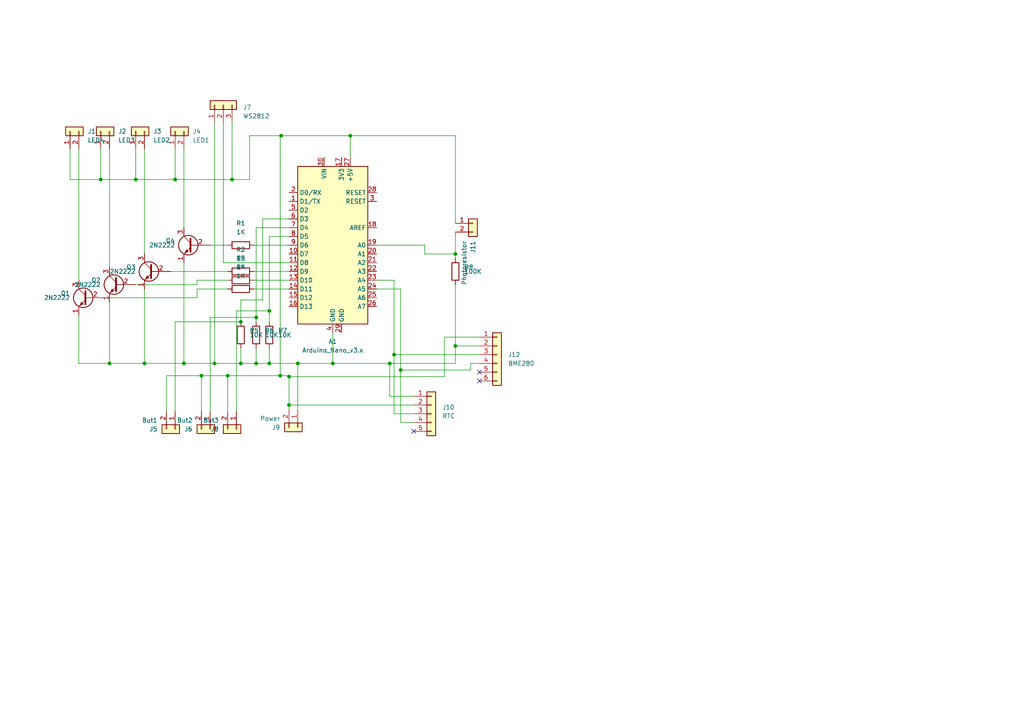
<source format=kicad_sch>
(kicad_sch (version 20200506) (host eeschema "5.99.0-unknown-acdfeee~88~ubuntu20.04.1")
  (page "A4")
  (lib_symbols
    (symbol "Connector_Generic:Conn_01x02" (pin_names hide)
      (property "Reference" "J" (at 0 2.54 0))
      (property "Value" "Conn_01x02" (at 0 -5.08 0))
      (symbol "Conn_01x02_1_1"
        (rectangle (start -1.27 -2.413) (end 0 -2.667))
        (rectangle (start -1.27 0.127) (end 0 -0.127))
        (rectangle (start -1.27 1.27) (end 1.27 -3.81) (stroke (width 0.254)) (fill (type background)))
        (pin passive line (at -5.08 0 0) (length 3.81) (name "Pin_1") (number "1"))
        (pin passive line (at -5.08 -2.54 0) (length 3.81) (name "Pin_2") (number "2"))
      )
    )
    (symbol "Connector_Generic:Conn_01x02_1" (pin_names hide)
      (property "Reference" "J" (at 0 2.54 0))
      (property "Value" "Conn_01x02" (at 0 -5.08 0))
      (symbol "Conn_01x02_1_1_1"
        (rectangle (start -1.27 -2.413) (end 0 -2.667))
        (rectangle (start -1.27 0.127) (end 0 -0.127))
        (rectangle (start -1.27 1.27) (end 1.27 -3.81) (stroke (width 0.254)) (fill (type background)))
        (pin passive line (at -5.08 0 0) (length 3.81) (name "Pin_1") (number "1"))
        (pin passive line (at -5.08 -2.54 0) (length 3.81) (name "Pin_2") (number "2"))
      )
    )
    (symbol "Connector_Generic:Conn_01x02_2" (pin_names hide)
      (property "Reference" "J" (at 0 2.54 0))
      (property "Value" "Conn_01x02" (at 0 -5.08 0))
      (symbol "Conn_01x02_2_1_1"
        (rectangle (start -1.27 -2.413) (end 0 -2.667))
        (rectangle (start -1.27 0.127) (end 0 -0.127))
        (rectangle (start -1.27 1.27) (end 1.27 -3.81) (stroke (width 0.254)) (fill (type background)))
        (pin passive line (at -5.08 0 0) (length 3.81) (name "Pin_1") (number "1"))
        (pin passive line (at -5.08 -2.54 0) (length 3.81) (name "Pin_2") (number "2"))
      )
    )
    (symbol "Connector_Generic:Conn_01x02_3" (pin_names hide)
      (property "Reference" "J" (at 0 2.54 0))
      (property "Value" "Conn_01x02" (at 0 -5.08 0))
      (symbol "Conn_01x02_3_1_1"
        (rectangle (start -1.27 -2.413) (end 0 -2.667))
        (rectangle (start -1.27 0.127) (end 0 -0.127))
        (rectangle (start -1.27 1.27) (end 1.27 -3.81) (stroke (width 0.254)) (fill (type background)))
        (pin passive line (at -5.08 0 0) (length 3.81) (name "Pin_1") (number "1"))
        (pin passive line (at -5.08 -2.54 0) (length 3.81) (name "Pin_2") (number "2"))
      )
    )
    (symbol "Connector_Generic:Conn_01x02_4" (pin_names hide)
      (property "Reference" "J" (at 0 2.54 0))
      (property "Value" "Conn_01x02" (at 0 -5.08 0))
      (symbol "Conn_01x02_4_1_1"
        (rectangle (start -1.27 -2.413) (end 0 -2.667))
        (rectangle (start -1.27 0.127) (end 0 -0.127))
        (rectangle (start -1.27 1.27) (end 1.27 -3.81) (stroke (width 0.254)) (fill (type background)))
        (pin passive line (at -5.08 0 0) (length 3.81) (name "Pin_1") (number "1"))
        (pin passive line (at -5.08 -2.54 0) (length 3.81) (name "Pin_2") (number "2"))
      )
    )
    (symbol "Connector_Generic:Conn_01x02_5" (pin_names hide)
      (property "Reference" "J" (at 0 2.54 0))
      (property "Value" "Conn_01x02" (at 0 -5.08 0))
      (symbol "Conn_01x02_5_1_1"
        (rectangle (start -1.27 -2.413) (end 0 -2.667))
        (rectangle (start -1.27 0.127) (end 0 -0.127))
        (rectangle (start -1.27 1.27) (end 1.27 -3.81) (stroke (width 0.254)) (fill (type background)))
        (pin passive line (at -5.08 0 0) (length 3.81) (name "Pin_1") (number "1"))
        (pin passive line (at -5.08 -2.54 0) (length 3.81) (name "Pin_2") (number "2"))
      )
    )
    (symbol "Connector_Generic:Conn_01x02_6" (pin_names hide)
      (property "Reference" "J" (at 0 2.54 0))
      (property "Value" "Conn_01x02" (at 0 -5.08 0))
      (symbol "Conn_01x02_6_1_1"
        (rectangle (start -1.27 -2.413) (end 0 -2.667))
        (rectangle (start -1.27 0.127) (end 0 -0.127))
        (rectangle (start -1.27 1.27) (end 1.27 -3.81) (stroke (width 0.254)) (fill (type background)))
        (pin passive line (at -5.08 0 0) (length 3.81) (name "Pin_1") (number "1"))
        (pin passive line (at -5.08 -2.54 0) (length 3.81) (name "Pin_2") (number "2"))
      )
    )
    (symbol "Connector_Generic:Conn_01x02_7" (pin_names hide)
      (property "Reference" "J" (at 0 2.54 0))
      (property "Value" "Conn_01x02" (at 0 -5.08 0))
      (symbol "Conn_01x02_7_1_1"
        (rectangle (start -1.27 -2.413) (end 0 -2.667))
        (rectangle (start -1.27 0.127) (end 0 -0.127))
        (rectangle (start -1.27 1.27) (end 1.27 -3.81) (stroke (width 0.254)) (fill (type background)))
        (pin passive line (at -5.08 0 0) (length 3.81) (name "Pin_1") (number "1"))
        (pin passive line (at -5.08 -2.54 0) (length 3.81) (name "Pin_2") (number "2"))
      )
    )
    (symbol "Connector_Generic:Conn_01x02_8" (pin_names hide)
      (property "Reference" "J" (at 0 2.54 0))
      (property "Value" "Conn_01x02" (at 0 -5.08 0))
      (symbol "Conn_01x02_8_1_1"
        (rectangle (start -1.27 -2.413) (end 0 -2.667))
        (rectangle (start -1.27 0.127) (end 0 -0.127))
        (rectangle (start -1.27 1.27) (end 1.27 -3.81) (stroke (width 0.254)) (fill (type background)))
        (pin passive line (at -5.08 0 0) (length 3.81) (name "Pin_1") (number "1"))
        (pin passive line (at -5.08 -2.54 0) (length 3.81) (name "Pin_2") (number "2"))
      )
    )
    (symbol "Connector_Generic:Conn_01x03" (pin_names hide)
      (property "Reference" "J" (at 0 5.08 0))
      (property "Value" "Conn_01x03" (at 0 -5.08 0))
      (symbol "Conn_01x03_1_1"
        (rectangle (start -1.27 -2.413) (end 0 -2.667))
        (rectangle (start -1.27 0.127) (end 0 -0.127))
        (rectangle (start -1.27 2.667) (end 0 2.413))
        (rectangle (start -1.27 3.81) (end 1.27 -3.81) (stroke (width 0.254)) (fill (type background)))
        (pin passive line (at -5.08 2.54 0) (length 3.81) (name "Pin_1") (number "1"))
        (pin passive line (at -5.08 0 0) (length 3.81) (name "Pin_2") (number "2"))
        (pin passive line (at -5.08 -2.54 0) (length 3.81) (name "Pin_3") (number "3"))
      )
    )
    (symbol "Connector_Generic:Conn_01x05" (pin_names hide)
      (property "Reference" "J" (at 0 7.62 0))
      (property "Value" "Conn_01x05" (at 0 -7.62 0))
      (symbol "Conn_01x05_1_1"
        (rectangle (start -1.27 -4.953) (end 0 -5.207))
        (rectangle (start -1.27 -2.413) (end 0 -2.667))
        (rectangle (start -1.27 0.127) (end 0 -0.127))
        (rectangle (start -1.27 2.667) (end 0 2.413))
        (rectangle (start -1.27 5.207) (end 0 4.953))
        (rectangle (start -1.27 6.35) (end 1.27 -6.35) (stroke (width 0.254)) (fill (type background)))
        (pin passive line (at -5.08 5.08 0) (length 3.81) (name "Pin_1") (number "1"))
        (pin passive line (at -5.08 2.54 0) (length 3.81) (name "Pin_2") (number "2"))
        (pin passive line (at -5.08 0 0) (length 3.81) (name "Pin_3") (number "3"))
        (pin passive line (at -5.08 -2.54 0) (length 3.81) (name "Pin_4") (number "4"))
        (pin passive line (at -5.08 -5.08 0) (length 3.81) (name "Pin_5") (number "5"))
      )
    )
    (symbol "Connector_Generic:Conn_01x06" (pin_names hide)
      (property "Reference" "J" (at 0 7.62 0))
      (property "Value" "Conn_01x06" (at 0 -10.16 0))
      (symbol "Conn_01x06_1_1"
        (rectangle (start -1.27 -7.493) (end 0 -7.747))
        (rectangle (start -1.27 -4.953) (end 0 -5.207))
        (rectangle (start -1.27 -2.413) (end 0 -2.667))
        (rectangle (start -1.27 0.127) (end 0 -0.127))
        (rectangle (start -1.27 2.667) (end 0 2.413))
        (rectangle (start -1.27 5.207) (end 0 4.953))
        (rectangle (start -1.27 6.35) (end 1.27 -8.89) (stroke (width 0.254)) (fill (type background)))
        (pin passive line (at -5.08 5.08 0) (length 3.81) (name "Pin_1") (number "1"))
        (pin passive line (at -5.08 2.54 0) (length 3.81) (name "Pin_2") (number "2"))
        (pin passive line (at -5.08 0 0) (length 3.81) (name "Pin_3") (number "3"))
        (pin passive line (at -5.08 -2.54 0) (length 3.81) (name "Pin_4") (number "4"))
        (pin passive line (at -5.08 -5.08 0) (length 3.81) (name "Pin_5") (number "5"))
        (pin passive line (at -5.08 -7.62 0) (length 3.81) (name "Pin_6") (number "6"))
      )
    )
    (symbol "Device:R" (pin_numbers hide) (pin_names (offset 0))
      (property "Reference" "R" (at 2.032 0 90))
      (property "Value" "R" (at 0 0 90))
      (symbol "R_0_1"
        (rectangle (start -1.016 -2.54) (end 1.016 2.54) (stroke (width 0.254)))
      )
      (symbol "R_1_1"
        (pin passive line (at 0 3.81 270) (length 1.27) (name "~") (number "1"))
        (pin passive line (at 0 -3.81 90) (length 1.27) (name "~") (number "2"))
      )
    )
    (symbol "Device:R_1" (pin_numbers hide) (pin_names (offset 0))
      (property "Reference" "R" (at 2.032 0 90))
      (property "Value" "R" (at 0 0 90))
      (symbol "R_1_0_1"
        (rectangle (start -1.016 -2.54) (end 1.016 2.54) (stroke (width 0.254)))
      )
      (symbol "R_1_1_1"
        (pin passive line (at 0 3.81 270) (length 1.27) (name "~") (number "1"))
        (pin passive line (at 0 -3.81 90) (length 1.27) (name "~") (number "2"))
      )
    )
    (symbol "Device:R_2" (pin_numbers hide) (pin_names (offset 0))
      (property "Reference" "R" (at 2.032 0 90))
      (property "Value" "R" (at 0 0 90))
      (symbol "R_2_0_1"
        (rectangle (start -1.016 -2.54) (end 1.016 2.54) (stroke (width 0.254)))
      )
      (symbol "R_2_1_1"
        (pin passive line (at 0 3.81 270) (length 1.27) (name "~") (number "1"))
        (pin passive line (at 0 -3.81 90) (length 1.27) (name "~") (number "2"))
      )
    )
    (symbol "Device:R_3" (pin_numbers hide) (pin_names (offset 0))
      (property "Reference" "R" (at 2.032 0 90))
      (property "Value" "R" (at 0 0 90))
      (symbol "R_3_0_1"
        (rectangle (start -1.016 -2.54) (end 1.016 2.54) (stroke (width 0.254)))
      )
      (symbol "R_3_1_1"
        (pin passive line (at 0 3.81 270) (length 1.27) (name "~") (number "1"))
        (pin passive line (at 0 -3.81 90) (length 1.27) (name "~") (number "2"))
      )
    )
    (symbol "Device:R_4" (pin_numbers hide) (pin_names (offset 0))
      (property "Reference" "R" (at 2.032 0 90))
      (property "Value" "R" (at 0 0 90))
      (symbol "R_4_0_1"
        (rectangle (start -1.016 -2.54) (end 1.016 2.54) (stroke (width 0.254)))
      )
      (symbol "R_4_1_1"
        (pin passive line (at 0 3.81 270) (length 1.27) (name "~") (number "1"))
        (pin passive line (at 0 -3.81 90) (length 1.27) (name "~") (number "2"))
      )
    )
    (symbol "Device:R_5" (pin_numbers hide) (pin_names (offset 0))
      (property "Reference" "R" (at 2.032 0 90))
      (property "Value" "R" (at 0 0 90))
      (symbol "R_5_0_1"
        (rectangle (start -1.016 -2.54) (end 1.016 2.54) (stroke (width 0.254)))
      )
      (symbol "R_5_1_1"
        (pin passive line (at 0 3.81 270) (length 1.27) (name "~") (number "1"))
        (pin passive line (at 0 -3.81 90) (length 1.27) (name "~") (number "2"))
      )
    )
    (symbol "Device:R_6" (pin_numbers hide) (pin_names (offset 0))
      (property "Reference" "R" (at 2.032 0 90))
      (property "Value" "R" (at 0 0 90))
      (symbol "R_6_0_1"
        (rectangle (start -1.016 -2.54) (end 1.016 2.54) (stroke (width 0.254)))
      )
      (symbol "R_6_1_1"
        (pin passive line (at 0 3.81 270) (length 1.27) (name "~") (number "1"))
        (pin passive line (at 0 -3.81 90) (length 1.27) (name "~") (number "2"))
      )
    )
    (symbol "Device:R_7" (pin_numbers hide) (pin_names (offset 0))
      (property "Reference" "R" (at 2.032 0 90))
      (property "Value" "R" (at 0 0 90))
      (symbol "R_7_0_1"
        (rectangle (start -1.016 -2.54) (end 1.016 2.54) (stroke (width 0.254)))
      )
      (symbol "R_7_1_1"
        (pin passive line (at 0 3.81 270) (length 1.27) (name "~") (number "1"))
        (pin passive line (at 0 -3.81 90) (length 1.27) (name "~") (number "2"))
      )
    )
    (symbol "MCU_Module:Arduino_Nano_v3.x"
      (property "Reference" "A" (at -5.08 26.035 0))
      (property "Value" "Arduino_Nano_v3.x" (at -5.08 24.13 0))
      (symbol "Arduino_Nano_v3.x_0_1"
        (rectangle (start -10.16 22.86) (end 10.16 -22.86) (stroke (width 0.254)) (fill (type background)))
      )
      (symbol "Arduino_Nano_v3.x_1_1"
        (pin bidirectional line (at -12.7 12.7 0) (length 2.54) (name "D1/TX") (number "1"))
        (pin bidirectional line (at -12.7 -2.54 0) (length 2.54) (name "D7") (number "10"))
        (pin bidirectional line (at -12.7 -5.08 0) (length 2.54) (name "D8") (number "11"))
        (pin bidirectional line (at -12.7 -7.62 0) (length 2.54) (name "D9") (number "12"))
        (pin bidirectional line (at -12.7 -10.16 0) (length 2.54) (name "D10") (number "13"))
        (pin bidirectional line (at -12.7 -12.7 0) (length 2.54) (name "D11") (number "14"))
        (pin bidirectional line (at -12.7 -15.24 0) (length 2.54) (name "D12") (number "15"))
        (pin bidirectional line (at -12.7 -17.78 0) (length 2.54) (name "D13") (number "16"))
        (pin power_out line (at 2.54 25.4 270) (length 2.54) (name "3V3") (number "17"))
        (pin input line (at 12.7 5.08 180) (length 2.54) (name "AREF") (number "18"))
        (pin bidirectional line (at 12.7 0 180) (length 2.54) (name "A0") (number "19"))
        (pin bidirectional line (at -12.7 15.24 0) (length 2.54) (name "D0/RX") (number "2"))
        (pin bidirectional line (at 12.7 -2.54 180) (length 2.54) (name "A1") (number "20"))
        (pin bidirectional line (at 12.7 -5.08 180) (length 2.54) (name "A2") (number "21"))
        (pin bidirectional line (at 12.7 -7.62 180) (length 2.54) (name "A3") (number "22"))
        (pin bidirectional line (at 12.7 -10.16 180) (length 2.54) (name "A4") (number "23"))
        (pin bidirectional line (at 12.7 -12.7 180) (length 2.54) (name "A5") (number "24"))
        (pin bidirectional line (at 12.7 -15.24 180) (length 2.54) (name "A6") (number "25"))
        (pin bidirectional line (at 12.7 -17.78 180) (length 2.54) (name "A7") (number "26"))
        (pin power_out line (at 5.08 25.4 270) (length 2.54) (name "+5V") (number "27"))
        (pin input line (at 12.7 15.24 180) (length 2.54) (name "RESET") (number "28"))
        (pin power_in line (at 2.54 -25.4 90) (length 2.54) (name "GND") (number "29"))
        (pin input line (at 12.7 12.7 180) (length 2.54) (name "RESET") (number "3"))
        (pin power_in line (at -2.54 25.4 270) (length 2.54) (name "VIN") (number "30"))
        (pin power_in line (at 0 -25.4 90) (length 2.54) (name "GND") (number "4"))
        (pin bidirectional line (at -12.7 10.16 0) (length 2.54) (name "D2") (number "5"))
        (pin bidirectional line (at -12.7 7.62 0) (length 2.54) (name "D3") (number "6"))
        (pin bidirectional line (at -12.7 5.08 0) (length 2.54) (name "D4") (number "7"))
        (pin bidirectional line (at -12.7 2.54 0) (length 2.54) (name "D5") (number "8"))
        (pin bidirectional line (at -12.7 0 0) (length 2.54) (name "D6") (number "9"))
      )
    )
    (symbol "Transistor_BJT:2N2219" (pin_names (offset 0) hide)
      (property "Reference" "Q" (at 5.08 1.905 0))
      (property "Value" "2N2219" (at 5.08 0 0))
      (symbol "2N2219_0_1"
        (circle (center 1.27 0) (radius 2.8194) (stroke (width 0.254)))
        (polyline (pts (xy 0.635 0.635) (xy 2.54 2.54)))
        (polyline (pts (xy 0.635 -0.635) (xy 2.54 -2.54) (xy 2.54 -2.54)))
        (polyline (pts (xy 0.635 1.905) (xy 0.635 -1.905) (xy 0.635 -1.905)) (stroke (width 0.508)))
        (polyline (pts (xy 1.27 -1.778) (xy 1.778 -1.27) (xy 2.286 -2.286) (xy 1.27 -1.778) (xy 1.27 -1.778)) (fill (type outline)))
      )
      (symbol "2N2219_1_1"
        (pin passive line (at 2.54 -5.08 90) (length 2.54) (name "E") (number "1"))
        (pin passive line (at -5.08 0 0) (length 5.715) (name "B") (number "2"))
        (pin passive line (at 2.54 5.08 270) (length 2.54) (name "C") (number "3"))
      )
    )
  )
  (junction (at 29.21 52.07))
  (junction (at 31.75 105.41))
  (junction (at 39.37 52.07))
  (junction (at 41.91 105.41))
  (junction (at 50.8 52.07))
  (junction (at 53.34 105.41))
  (junction (at 58.42 108.966))
  (junction (at 62.23 105.41))
  (junction (at 66.04 108.966))
  (junction (at 67.31 52.07))
  (junction (at 69.85 93.345))
  (junction (at 69.85 105.41))
  (junction (at 74.295 92.075))
  (junction (at 74.295 105.41))
  (junction (at 78.105 90.17))
  (junction (at 78.105 105.41))
  (junction (at 81.28 108.966))
  (junction (at 81.534 39.37))
  (junction (at 83.82 109.22))
  (junction (at 83.82 117.475))
  (junction (at 86.36 105.41))
  (junction (at 96.52 105.41))
  (junction (at 101.6 39.37))
  (junction (at 113.03 105.41))
  (junction (at 114.3 102.87))
  (junction (at 116.205 107.315))
  (junction (at 132.08 73.66))
  (junction (at 132.08 100.33))
  (no_connect (at 120.015 125.095))
  (no_connect (at 139.065 107.95))
  (no_connect (at 139.065 110.49))
  (wire (pts (xy 20.32 52.07) (xy 20.32 43.18)))
  (wire (pts (xy 22.86 43.18) (xy 22.86 81.28)))
  (wire (pts (xy 22.86 91.44) (xy 22.86 105.41)))
  (wire (pts (xy 22.86 105.41) (xy 31.75 105.41)))
  (wire (pts (xy 29.21 43.18) (xy 29.21 52.07)))
  (wire (pts (xy 29.21 52.07) (xy 20.32 52.07)))
  (wire (pts (xy 30.48 86.36) (xy 57.15 86.36)))
  (wire (pts (xy 31.75 43.18) (xy 31.75 77.47)))
  (wire (pts (xy 31.75 87.63) (xy 31.75 105.41)))
  (wire (pts (xy 31.75 105.41) (xy 41.91 105.41)))
  (wire (pts (xy 39.37 43.18) (xy 39.37 52.07)))
  (wire (pts (xy 39.37 52.07) (xy 29.21 52.07)))
  (wire (pts (xy 41.91 43.18) (xy 41.91 73.66)))
  (wire (pts (xy 41.91 83.82) (xy 41.91 105.41)))
  (wire (pts (xy 41.91 105.41) (xy 53.34 105.41)))
  (wire (pts (xy 48.26 108.966) (xy 48.26 119.38)))
  (wire (pts (xy 49.53 78.74) (xy 66.04 78.74)))
  (wire (pts (xy 50.8 43.18) (xy 50.8 52.07)))
  (wire (pts (xy 50.8 52.07) (xy 39.37 52.07)))
  (wire (pts (xy 50.8 52.07) (xy 67.31 52.07)))
  (wire (pts (xy 50.8 93.345) (xy 50.8 119.38)))
  (wire (pts (xy 53.34 43.18) (xy 53.34 66.04)))
  (wire (pts (xy 53.34 105.41) (xy 53.34 76.2)))
  (wire (pts (xy 57.15 81.28) (xy 57.15 82.55)))
  (wire (pts (xy 57.15 82.55) (xy 39.37 82.55)))
  (wire (pts (xy 57.15 83.82) (xy 57.15 86.36)))
  (wire (pts (xy 58.42 108.966) (xy 48.26 108.966)))
  (wire (pts (xy 58.42 108.966) (xy 58.42 119.38)))
  (wire (pts (xy 60.96 71.12) (xy 66.04 71.12)))
  (wire (pts (xy 60.96 92.075) (xy 74.295 92.075)))
  (wire (pts (xy 60.96 119.38) (xy 60.96 92.075)))
  (wire (pts (xy 62.23 35.56) (xy 62.23 105.41)))
  (wire (pts (xy 62.23 105.41) (xy 53.34 105.41)))
  (wire (pts (xy 64.77 76.2) (xy 64.77 35.56)))
  (wire (pts (xy 66.04 81.28) (xy 57.15 81.28)))
  (wire (pts (xy 66.04 83.82) (xy 57.15 83.82)))
  (wire (pts (xy 66.04 108.966) (xy 58.42 108.966)))
  (wire (pts (xy 66.04 108.966) (xy 81.28 108.966)))
  (wire (pts (xy 66.04 119.38) (xy 66.04 108.966)))
  (wire (pts (xy 67.31 35.56) (xy 67.31 52.07)))
  (wire (pts (xy 67.31 52.07) (xy 72.39 52.07)))
  (wire (pts (xy 68.58 90.17) (xy 78.105 90.17)))
  (wire (pts (xy 68.58 119.38) (xy 68.58 90.17)))
  (wire (pts (xy 69.85 86.995) (xy 76.2 86.995)))
  (wire (pts (xy 69.85 93.345) (xy 50.8 93.345)))
  (wire (pts (xy 69.85 93.345) (xy 69.85 86.995)))
  (wire (pts (xy 69.85 100.965) (xy 69.85 105.41)))
  (wire (pts (xy 69.85 105.41) (xy 62.23 105.41)))
  (wire (pts (xy 72.39 39.37) (xy 72.39 52.07)))
  (wire (pts (xy 72.39 39.37) (xy 81.534 39.37)))
  (wire (pts (xy 73.66 71.12) (xy 83.82 71.12)))
  (wire (pts (xy 73.66 78.74) (xy 83.82 78.74)))
  (wire (pts (xy 73.66 81.28) (xy 83.82 81.28)))
  (wire (pts (xy 73.66 83.82) (xy 83.82 83.82)))
  (wire (pts (xy 74.295 66.04) (xy 83.82 66.04)))
  (wire (pts (xy 74.295 92.075) (xy 74.295 66.04)))
  (wire (pts (xy 74.295 92.075) (xy 74.295 93.345)))
  (wire (pts (xy 74.295 100.965) (xy 74.295 105.41)))
  (wire (pts (xy 74.295 105.41) (xy 69.85 105.41)))
  (wire (pts (xy 76.2 63.5) (xy 83.82 63.5)))
  (wire (pts (xy 76.2 86.995) (xy 76.2 63.5)))
  (wire (pts (xy 78.105 68.58) (xy 83.82 68.58)))
  (wire (pts (xy 78.105 90.17) (xy 78.105 68.58)))
  (wire (pts (xy 78.105 90.17) (xy 78.105 93.345)))
  (wire (pts (xy 78.105 100.965) (xy 78.105 105.41)))
  (wire (pts (xy 78.105 105.41) (xy 74.295 105.41)))
  (wire (pts (xy 78.105 105.41) (xy 86.36 105.41)))
  (wire (pts (xy 81.28 39.624) (xy 81.534 39.624)))
  (wire (pts (xy 81.28 108.966) (xy 81.28 39.624)))
  (wire (pts (xy 81.534 39.37) (xy 81.534 39.624)))
  (wire (pts (xy 81.534 39.37) (xy 101.6 39.37)))
  (wire (pts (xy 83.82 76.2) (xy 64.77 76.2)))
  (wire (pts (xy 83.82 108.966) (xy 81.28 108.966)))
  (wire (pts (xy 83.82 109.22) (xy 83.82 108.966)))
  (wire (pts (xy 83.82 109.22) (xy 128.905 109.22)))
  (wire (pts (xy 83.82 117.475) (xy 83.82 109.22)))
  (wire (pts (xy 83.82 117.475) (xy 120.015 117.475)))
  (wire (pts (xy 83.82 118.872) (xy 83.82 117.475)))
  (wire (pts (xy 86.36 105.41) (xy 86.36 118.872)))
  (wire (pts (xy 86.36 105.41) (xy 96.52 105.41)))
  (wire (pts (xy 96.52 96.52) (xy 96.52 105.41)))
  (wire (pts (xy 96.52 105.41) (xy 113.03 105.41)))
  (wire (pts (xy 101.6 39.37) (xy 101.6 45.72)))
  (wire (pts (xy 109.22 81.28) (xy 114.3 81.28)))
  (wire (pts (xy 109.22 83.82) (xy 116.205 83.82)))
  (wire (pts (xy 113.03 105.41) (xy 132.08 105.41)))
  (wire (pts (xy 113.03 114.935) (xy 113.03 105.41)))
  (wire (pts (xy 114.3 81.28) (xy 114.3 102.87)))
  (wire (pts (xy 114.3 102.87) (xy 114.3 120.015)))
  (wire (pts (xy 114.3 102.87) (xy 139.065 102.87)))
  (wire (pts (xy 114.3 120.015) (xy 120.015 120.015)))
  (wire (pts (xy 116.205 83.82) (xy 116.205 107.315)))
  (wire (pts (xy 116.205 107.315) (xy 116.205 122.555)))
  (wire (pts (xy 116.205 122.555) (xy 120.015 122.555)))
  (wire (pts (xy 120.015 114.935) (xy 113.03 114.935)))
  (wire (pts (xy 123.19 71.12) (xy 109.22 71.12)))
  (wire (pts (xy 123.19 73.66) (xy 123.19 71.12)))
  (wire (pts (xy 123.19 73.66) (xy 132.08 73.66)))
  (wire (pts (xy 128.905 97.79) (xy 139.065 97.79)))
  (wire (pts (xy 128.905 109.22) (xy 128.905 97.79)))
  (wire (pts (xy 132.08 39.37) (xy 101.6 39.37)))
  (wire (pts (xy 132.08 64.77) (xy 132.08 39.37)))
  (wire (pts (xy 132.08 67.31) (xy 132.08 73.66)))
  (wire (pts (xy 132.08 73.66) (xy 132.08 74.93)))
  (wire (pts (xy 132.08 82.55) (xy 132.08 100.33)))
  (wire (pts (xy 132.08 100.33) (xy 132.08 105.41)))
  (wire (pts (xy 136.525 105.41) (xy 136.525 107.315)))
  (wire (pts (xy 136.525 107.315) (xy 116.205 107.315)))
  (wire (pts (xy 139.065 100.33) (xy 132.08 100.33)))
  (wire (pts (xy 139.065 105.41) (xy 136.525 105.41)))
  (symbol (lib_name "Device:R_1") (lib_id "Device:R") (at 69.85 71.12 90) (unit 1)
    (property "Reference" "R1" (at 69.85 64.77 90))
    (property "Value" "1K" (at 69.85 67.31 90))
    (property "Footprint" "Resistor_THT:R_Axial_DIN0207_L6.3mm_D2.5mm_P7.62mm_Horizontal" (effects hide))
  )
  (symbol (lib_name "Device:R_2") (lib_id "Device:R") (at 69.85 78.74 90) (unit 1)
    (property "Reference" "R2" (at 69.85 72.39 90))
    (property "Value" "1K" (at 69.85 74.93 90))
    (property "Footprint" "Resistor_THT:R_Axial_DIN0207_L6.3mm_D2.5mm_P7.62mm_Horizontal" (effects hide))
  )
  (symbol (lib_name "Device:R_3") (lib_id "Device:R") (at 69.85 81.28 90) (unit 1)
    (property "Reference" "R3" (at 69.85 74.93 90))
    (property "Value" "1K" (at 69.85 77.47 90))
    (property "Footprint" "Resistor_THT:R_Axial_DIN0207_L6.3mm_D2.5mm_P7.62mm_Horizontal" (effects hide))
  )
  (symbol (lib_id "Device:R") (at 69.85 83.82 90) (unit 1)
    (property "Reference" "R4" (at 69.85 77.47 90))
    (property "Value" "1K" (at 69.85 80.01 90))
    (property "Footprint" "Resistor_THT:R_Axial_DIN0207_L6.3mm_D2.5mm_P7.62mm_Horizontal" (effects hide))
  )
  (symbol (lib_name "Device:R_7") (lib_id "Device:R") (at 69.85 97.155 180) (unit 1)
    (property "Reference" "R5" (at 72.39 95.885 0) (effects (justify right)))
    (property "Value" "10K" (at 72.39 97.155 0) (effects (justify right)))
    (property "Footprint" "Resistor_THT:R_Axial_DIN0207_L6.3mm_D2.5mm_P7.62mm_Horizontal" (effects hide))
  )
  (symbol (lib_name "Device:R_6") (lib_id "Device:R") (at 74.295 97.155 180) (unit 1)
    (property "Reference" "R6" (at 76.835 95.885 0) (effects (justify right)))
    (property "Value" "10K" (at 76.835 97.155 0) (effects (justify right)))
    (property "Footprint" "Resistor_THT:R_Axial_DIN0207_L6.3mm_D2.5mm_P7.62mm_Horizontal" (effects hide))
  )
  (symbol (lib_name "Device:R_5") (lib_id "Device:R") (at 78.105 97.155 180) (unit 1)
    (property "Reference" "R7" (at 80.645 95.885 0) (effects (justify right)))
    (property "Value" "10K" (at 80.645 97.155 0) (effects (justify right)))
    (property "Footprint" "Resistor_THT:R_Axial_DIN0207_L6.3mm_D2.5mm_P7.62mm_Horizontal" (effects hide))
  )
  (symbol (lib_name "Device:R_4") (lib_id "Device:R") (at 132.08 78.74 180) (unit 1)
    (property "Reference" "R8" (at 134.62 77.47 0) (effects (justify right)))
    (property "Value" "100K" (at 134.62 78.74 0) (effects (justify right)))
    (property "Footprint" "Resistor_THT:R_Axial_DIN0207_L6.3mm_D2.5mm_P7.62mm_Horizontal" (effects hide))
  )
  (symbol (lib_id "Connector_Generic:Conn_01x02") (at 20.32 38.1 90) (unit 1)
    (property "Reference" "J1" (at 25.4 38.1 90) (effects (justify right)))
    (property "Value" "LED4" (at 25.4 40.64 90) (effects (justify right)))
    (property "Footprint" "Connector_PinHeader_2.54mm:PinHeader_1x02_P2.54mm_Vertical" (effects hide))
  )
  (symbol (lib_name "Connector_Generic:Conn_01x02_8") (lib_id "Connector_Generic:Conn_01x02") (at 29.21 38.1 90) (unit 1)
    (property "Reference" "J2" (at 34.29 38.1 90) (effects (justify right)))
    (property "Value" "LED3" (at 34.29 40.64 90) (effects (justify right)))
    (property "Footprint" "Connector_PinHeader_2.54mm:PinHeader_1x02_P2.54mm_Vertical" (effects hide))
  )
  (symbol (lib_name "Connector_Generic:Conn_01x02_7") (lib_id "Connector_Generic:Conn_01x02") (at 39.37 38.1 90) (unit 1)
    (property "Reference" "J3" (at 44.45 38.1 90) (effects (justify right)))
    (property "Value" "LED2" (at 44.45 40.64 90) (effects (justify right)))
    (property "Footprint" "Connector_PinHeader_2.54mm:PinHeader_1x02_P2.54mm_Vertical" (effects hide))
  )
  (symbol (lib_name "Connector_Generic:Conn_01x02_6") (lib_id "Connector_Generic:Conn_01x02") (at 50.8 38.1 90) (unit 1)
    (property "Reference" "J4" (at 55.88 38.1 90) (effects (justify right)))
    (property "Value" "LED1" (at 55.88 40.64 90) (effects (justify right)))
    (property "Footprint" "Connector_PinHeader_2.54mm:PinHeader_1x02_P2.54mm_Vertical" (effects hide))
  )
  (symbol (lib_name "Connector_Generic:Conn_01x02_4") (lib_id "Connector_Generic:Conn_01x02") (at 50.8 124.46 270) (unit 1)
    (property "Reference" "J5" (at 45.72 124.46 90) (effects (justify right)))
    (property "Value" "But1" (at 45.72 121.92 90) (effects (justify right)))
    (property "Footprint" "Connector_PinHeader_2.54mm:PinHeader_1x02_P2.54mm_Vertical" (effects hide))
  )
  (symbol (lib_name "Connector_Generic:Conn_01x02_3") (lib_id "Connector_Generic:Conn_01x02") (at 60.96 124.46 270) (unit 1)
    (property "Reference" "J6" (at 55.88 124.46 90) (effects (justify right)))
    (property "Value" "But2" (at 55.88 121.92 90) (effects (justify right)))
    (property "Footprint" "Connector_PinHeader_2.54mm:PinHeader_1x02_P2.54mm_Vertical" (effects hide))
  )
  (symbol (lib_name "Connector_Generic:Conn_01x02_2") (lib_id "Connector_Generic:Conn_01x02") (at 68.58 124.46 270) (unit 1)
    (property "Reference" "J8" (at 63.5 124.46 90) (effects (justify right)))
    (property "Value" "But3" (at 63.5 121.92 90) (effects (justify right)))
    (property "Footprint" "Connector_PinHeader_2.54mm:PinHeader_1x02_P2.54mm_Vertical" (effects hide))
  )
  (symbol (lib_name "Connector_Generic:Conn_01x02_1") (lib_id "Connector_Generic:Conn_01x02") (at 86.36 123.952 270) (unit 1)
    (property "Reference" "J9" (at 81.28 123.952 90) (effects (justify right)))
    (property "Value" "Power" (at 81.28 121.412 90) (effects (justify right)))
    (property "Footprint" "Connector_PinHeader_2.54mm:PinHeader_1x02_P2.54mm_Vertical" (effects hide))
  )
  (symbol (lib_name "Connector_Generic:Conn_01x02_5") (lib_id "Connector_Generic:Conn_01x02") (at 137.16 64.77 0) (unit 1)
    (property "Reference" "J11" (at 137.16 69.85 90) (effects (justify right)))
    (property "Value" "Photoresistor" (at 134.62 69.85 90) (effects (justify right)))
    (property "Footprint" "Connector_PinHeader_2.54mm:PinHeader_1x02_P2.54mm_Vertical" (effects hide))
  )
  (symbol (lib_id "Connector_Generic:Conn_01x03") (at 64.77 30.48 90) (unit 1)
    (property "Reference" "J7" (at 70.485 31.115 90) (effects (justify right)))
    (property "Value" "WS2812" (at 70.485 33.655 90) (effects (justify right)))
    (property "Footprint" "Connector_PinHeader_2.54mm:PinHeader_1x03_P2.54mm_Vertical" (effects hide))
  )
  (symbol (lib_id "Connector_Generic:Conn_01x05") (at 125.095 120.015 0) (unit 1)
    (property "Reference" "J10" (at 128.27 118.11 0) (effects (justify left)))
    (property "Value" "RTC" (at 128.27 120.65 0) (effects (justify left)))
    (property "Footprint" "Connector_PinHeader_2.54mm:PinHeader_1x05_P2.54mm_Vertical" (effects hide))
  )
  (symbol (lib_id "Transistor_BJT:2N2219") (at 25.4 86.36 0) (mirror y) (unit 1)
    (property "Reference" "Q1" (at 20.32 85.09 0) (effects (justify left)))
    (property "Value" "2N2222" (at 20.32 86.36 0) (effects (justify left)))
    (property "Footprint" "Package_TO_SOT_THT:TO-39-3" (effects hide))
    (property "Datasheet" "http://www.onsemi.com/pub_link/Collateral/2N2219-D.PDF" (effects hide))
  )
  (symbol (lib_id "Transistor_BJT:2N2219") (at 34.29 82.55 0) (mirror y) (unit 1)
    (property "Reference" "Q2" (at 29.21 81.28 0) (effects (justify left)))
    (property "Value" "2N2222" (at 29.21 82.55 0) (effects (justify left)))
    (property "Footprint" "Package_TO_SOT_THT:TO-39-3" (effects hide))
    (property "Datasheet" "http://www.onsemi.com/pub_link/Collateral/2N2219-D.PDF" (effects hide))
  )
  (symbol (lib_id "Transistor_BJT:2N2219") (at 44.45 78.74 0) (mirror y) (unit 1)
    (property "Reference" "Q3" (at 39.37 77.47 0) (effects (justify left)))
    (property "Value" "2N2222" (at 39.37 78.74 0) (effects (justify left)))
    (property "Footprint" "Package_TO_SOT_THT:TO-39-3" (effects hide))
    (property "Datasheet" "http://www.onsemi.com/pub_link/Collateral/2N2219-D.PDF" (effects hide))
  )
  (symbol (lib_id "Transistor_BJT:2N2219") (at 55.88 71.12 0) (mirror y) (unit 1)
    (property "Reference" "Q4" (at 50.8 69.85 0) (effects (justify left)))
    (property "Value" "2N2222" (at 50.8 71.12 0) (effects (justify left)))
    (property "Footprint" "Package_TO_SOT_THT:TO-39-3" (effects hide))
    (property "Datasheet" "http://www.onsemi.com/pub_link/Collateral/2N2219-D.PDF" (effects hide))
  )
  (symbol (lib_id "Connector_Generic:Conn_01x06") (at 144.145 102.87 0) (unit 1)
    (property "Reference" "J12" (at 147.32 102.87 0) (effects (justify left)))
    (property "Value" "BME280" (at 147.32 105.41 0) (effects (justify left)))
    (property "Footprint" "Connector_PinHeader_2.54mm:PinHeader_1x06_P2.54mm_Vertical" (effects hide))
  )
  (symbol (lib_id "MCU_Module:Arduino_Nano_v3.x") (at 96.52 71.12 0) (unit 1)
    (property "Reference" "A1" (at 96.52 99.06 0))
    (property "Value" "Arduino_Nano_v3.x" (at 96.52 101.6 0))
    (property "Footprint" "Module:Arduino_Nano" (effects hide))
    (property "Datasheet" "http://www.mouser.com/pdfdocs/Gravitech_Arduino_Nano3_0.pdf" (effects hide))
  )
)
</source>
